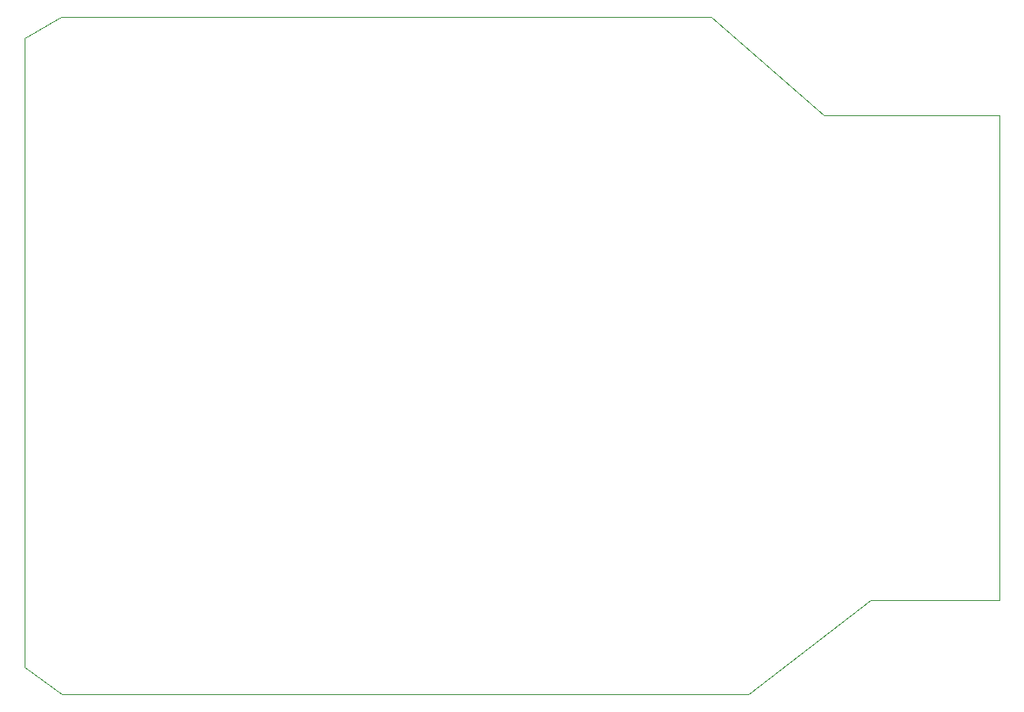
<source format=gbr>
G04 #@! TF.GenerationSoftware,KiCad,Pcbnew,5.1.2-f72e74a~84~ubuntu18.04.1*
G04 #@! TF.CreationDate,2019-06-14T20:13:49+08:00*
G04 #@! TF.ProjectId,simCapSE,73696d43-6170-4534-952e-6b696361645f,rev?*
G04 #@! TF.SameCoordinates,Original*
G04 #@! TF.FileFunction,Profile,NP*
%FSLAX46Y46*%
G04 Gerber Fmt 4.6, Leading zero omitted, Abs format (unit mm)*
G04 Created by KiCad (PCBNEW 5.1.2-f72e74a~84~ubuntu18.04.1) date 2019-06-14 20:13:49*
%MOMM*%
%LPD*%
G04 APERTURE LIST*
%ADD10C,0.100000*%
G04 APERTURE END LIST*
D10*
X93025000Y-4725000D02*
X93025000Y-53125000D01*
X93025000Y-53125000D02*
X80225000Y-53125000D01*
X80225000Y-53125000D02*
X68000000Y-62550000D01*
X64250000Y5125000D02*
X75550000Y-4725000D01*
X75550000Y-4725000D02*
X93025000Y-4725000D01*
X-4275000Y3025000D02*
X-625000Y5125000D01*
X-4275000Y-59850000D02*
X-4275000Y3025000D01*
X-600000Y-62550000D02*
X-4275000Y-59850000D01*
X68000000Y-62550000D02*
X-600000Y-62550000D01*
X-625000Y5125000D02*
X64250000Y5125000D01*
M02*

</source>
